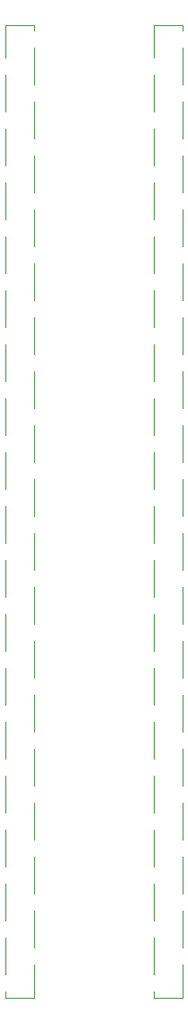
<source format=gbo>
G04 #@! TF.GenerationSoftware,KiCad,Pcbnew,9.0.6*
G04 #@! TF.CreationDate,2025-12-31T13:07:49-06:00*
G04 #@! TF.ProjectId,QFN-68_8x8,51464e2d-3638-45f3-9878-382e6b696361,rev?*
G04 #@! TF.SameCoordinates,Original*
G04 #@! TF.FileFunction,Legend,Bot*
G04 #@! TF.FilePolarity,Positive*
%FSLAX46Y46*%
G04 Gerber Fmt 4.6, Leading zero omitted, Abs format (unit mm)*
G04 Created by KiCad (PCBNEW 9.0.6) date 2025-12-31 13:07:49*
%MOMM*%
%LPD*%
G01*
G04 APERTURE LIST*
%ADD10C,0.120000*%
%ADD11C,1.700000*%
%ADD12R,2.510000X1.000000*%
G04 APERTURE END LIST*
D10*
X130064000Y-74820000D02*
X130064000Y-77930000D01*
X130064000Y-79550000D02*
X130064000Y-83010000D01*
X130064000Y-84630000D02*
X130064000Y-88090000D01*
X130064000Y-89710000D02*
X130064000Y-93170000D01*
X130064000Y-94790000D02*
X130064000Y-98250000D01*
X130064000Y-99870000D02*
X130064000Y-103330000D01*
X130064000Y-104950000D02*
X130064000Y-108410000D01*
X130064000Y-110030000D02*
X130064000Y-113490000D01*
X130064000Y-115110000D02*
X130064000Y-118570000D01*
X130064000Y-120190000D02*
X130064000Y-123650000D01*
X130064000Y-125270000D02*
X130064000Y-128730000D01*
X130064000Y-130350000D02*
X130064000Y-133810000D01*
X130064000Y-135430000D02*
X130064000Y-138890000D01*
X130064000Y-140510000D02*
X130064000Y-143970000D01*
X130064000Y-145590000D02*
X130064000Y-149050000D01*
X130064000Y-150670000D02*
X130064000Y-154130000D01*
X130064000Y-155750000D02*
X130064000Y-159210000D01*
X130064000Y-160830000D02*
X130064000Y-164290000D01*
X130064000Y-165910000D02*
X130064000Y-166480000D01*
X132824000Y-74820000D02*
X130064000Y-74820000D01*
X132824000Y-74820000D02*
X132824000Y-75390000D01*
X132824000Y-77010000D02*
X132824000Y-80470000D01*
X132824000Y-82090000D02*
X132824000Y-85550000D01*
X132824000Y-87170000D02*
X132824000Y-90630000D01*
X132824000Y-92250000D02*
X132824000Y-95710000D01*
X132824000Y-97330000D02*
X132824000Y-100790000D01*
X132824000Y-102410000D02*
X132824000Y-105870000D01*
X132824000Y-107490000D02*
X132824000Y-110950000D01*
X132824000Y-112570000D02*
X132824000Y-116030000D01*
X132824000Y-117650000D02*
X132824000Y-121110000D01*
X132824000Y-122730000D02*
X132824000Y-126190000D01*
X132824000Y-127810000D02*
X132824000Y-131270000D01*
X132824000Y-132890000D02*
X132824000Y-136350000D01*
X132824000Y-137970000D02*
X132824000Y-141430000D01*
X132824000Y-143050000D02*
X132824000Y-146510000D01*
X132824000Y-148130000D02*
X132824000Y-151590000D01*
X132824000Y-153210000D02*
X132824000Y-156670000D01*
X132824000Y-158290000D02*
X132824000Y-161750000D01*
X132824000Y-163370000D02*
X132824000Y-166480000D01*
X132824000Y-166480000D02*
X130064000Y-166480000D01*
X144036000Y-74820000D02*
X144036000Y-77930000D01*
X144036000Y-79550000D02*
X144036000Y-83010000D01*
X144036000Y-84630000D02*
X144036000Y-88090000D01*
X144036000Y-89710000D02*
X144036000Y-93170000D01*
X144036000Y-94790000D02*
X144036000Y-98250000D01*
X144036000Y-99870000D02*
X144036000Y-103330000D01*
X144036000Y-104950000D02*
X144036000Y-108410000D01*
X144036000Y-110030000D02*
X144036000Y-113490000D01*
X144036000Y-115110000D02*
X144036000Y-118570000D01*
X144036000Y-120190000D02*
X144036000Y-123650000D01*
X144036000Y-125270000D02*
X144036000Y-128730000D01*
X144036000Y-130350000D02*
X144036000Y-133810000D01*
X144036000Y-135430000D02*
X144036000Y-138890000D01*
X144036000Y-140510000D02*
X144036000Y-143970000D01*
X144036000Y-145590000D02*
X144036000Y-149050000D01*
X144036000Y-150670000D02*
X144036000Y-154130000D01*
X144036000Y-155750000D02*
X144036000Y-159210000D01*
X144036000Y-160830000D02*
X144036000Y-164290000D01*
X144036000Y-165910000D02*
X144036000Y-166480000D01*
X146796000Y-74820000D02*
X144036000Y-74820000D01*
X146796000Y-74820000D02*
X146796000Y-75390000D01*
X146796000Y-77010000D02*
X146796000Y-80470000D01*
X146796000Y-82090000D02*
X146796000Y-85550000D01*
X146796000Y-87170000D02*
X146796000Y-90630000D01*
X146796000Y-92250000D02*
X146796000Y-95710000D01*
X146796000Y-97330000D02*
X146796000Y-100790000D01*
X146796000Y-102410000D02*
X146796000Y-105870000D01*
X146796000Y-107490000D02*
X146796000Y-110950000D01*
X146796000Y-112570000D02*
X146796000Y-116030000D01*
X146796000Y-117650000D02*
X146796000Y-121110000D01*
X146796000Y-122730000D02*
X146796000Y-126190000D01*
X146796000Y-127810000D02*
X146796000Y-131270000D01*
X146796000Y-132890000D02*
X146796000Y-136350000D01*
X146796000Y-137970000D02*
X146796000Y-141430000D01*
X146796000Y-143050000D02*
X146796000Y-146510000D01*
X146796000Y-148130000D02*
X146796000Y-151590000D01*
X146796000Y-153210000D02*
X146796000Y-156670000D01*
X146796000Y-158290000D02*
X146796000Y-161750000D01*
X146796000Y-163370000D02*
X146796000Y-166480000D01*
X146796000Y-166480000D02*
X144036000Y-166480000D01*
%LPC*%
D11*
X127000000Y-76200000D03*
X127000000Y-78740000D03*
X127000000Y-81280000D03*
X127000000Y-83820000D03*
X127000000Y-86360000D03*
X127000000Y-88900000D03*
X127000000Y-91440000D03*
X127000000Y-93980000D03*
X127000000Y-96520000D03*
X127000000Y-99060000D03*
X127000000Y-101600000D03*
X127000000Y-104140000D03*
X127000000Y-106680000D03*
X127000000Y-109220000D03*
X127000000Y-111760000D03*
X127000000Y-114300000D03*
X127000000Y-116840000D03*
X127000000Y-119380000D03*
X127000000Y-121920000D03*
X127000000Y-124460000D03*
X127000000Y-127000000D03*
X127000000Y-129540000D03*
X127000000Y-132080000D03*
X127000000Y-134620000D03*
X127000000Y-137160000D03*
X127000000Y-139700000D03*
X127000000Y-142240000D03*
X127000000Y-144780000D03*
X127000000Y-147320000D03*
X127000000Y-149860000D03*
X127000000Y-152400000D03*
X127000000Y-154940000D03*
X127000000Y-157480000D03*
X127000000Y-160020000D03*
X127000000Y-162560000D03*
X127000000Y-165100000D03*
X149860000Y-76200000D03*
X149860000Y-78740000D03*
X149860000Y-81280000D03*
X149860000Y-83820000D03*
X149860000Y-86360000D03*
X149860000Y-88900000D03*
X149860000Y-91440000D03*
X149860000Y-93980000D03*
X149860000Y-96520000D03*
X149860000Y-99060000D03*
X149860000Y-101600000D03*
X149860000Y-104140000D03*
X149860000Y-106680000D03*
X149860000Y-109220000D03*
X149860000Y-111760000D03*
X149860000Y-114300000D03*
X149860000Y-116840000D03*
X149860000Y-119380000D03*
X149860000Y-121920000D03*
X149860000Y-124460000D03*
X149860000Y-127000000D03*
X149860000Y-129540000D03*
X149860000Y-132080000D03*
X149860000Y-134620000D03*
X149860000Y-137160000D03*
X149860000Y-139700000D03*
X149860000Y-142240000D03*
X149860000Y-144780000D03*
X149860000Y-147320000D03*
X149860000Y-149860000D03*
X149860000Y-152400000D03*
X149860000Y-154940000D03*
X149860000Y-157480000D03*
X149860000Y-160020000D03*
X149860000Y-162560000D03*
X149860000Y-165100000D03*
D12*
X133099000Y-76200000D03*
X129789000Y-78740000D03*
X133099000Y-81280000D03*
X129789000Y-83820000D03*
X133099000Y-86360000D03*
X129789000Y-88900000D03*
X133099000Y-91440000D03*
X129789000Y-93980000D03*
X133099000Y-96520000D03*
X129789000Y-99060000D03*
X133099000Y-101600000D03*
X129789000Y-104140000D03*
X133099000Y-106680000D03*
X129789000Y-109220000D03*
X133099000Y-111760000D03*
X129789000Y-114300000D03*
X133099000Y-116840000D03*
X129789000Y-119380000D03*
X133099000Y-121920000D03*
X129789000Y-124460000D03*
X133099000Y-127000000D03*
X129789000Y-129540000D03*
X133099000Y-132080000D03*
X129789000Y-134620000D03*
X133099000Y-137160000D03*
X129789000Y-139700000D03*
X133099000Y-142240000D03*
X129789000Y-144780000D03*
X133099000Y-147320000D03*
X129789000Y-149860000D03*
X133099000Y-152400000D03*
X129789000Y-154940000D03*
X133099000Y-157480000D03*
X129789000Y-160020000D03*
X133099000Y-162560000D03*
X129789000Y-165100000D03*
X147071000Y-76200000D03*
X143761000Y-78740000D03*
X147071000Y-81280000D03*
X143761000Y-83820000D03*
X147071000Y-86360000D03*
X143761000Y-88900000D03*
X147071000Y-91440000D03*
X143761000Y-93980000D03*
X147071000Y-96520000D03*
X143761000Y-99060000D03*
X147071000Y-101600000D03*
X143761000Y-104140000D03*
X147071000Y-106680000D03*
X143761000Y-109220000D03*
X147071000Y-111760000D03*
X143761000Y-114300000D03*
X147071000Y-116840000D03*
X143761000Y-119380000D03*
X147071000Y-121920000D03*
X143761000Y-124460000D03*
X147071000Y-127000000D03*
X143761000Y-129540000D03*
X147071000Y-132080000D03*
X143761000Y-134620000D03*
X147071000Y-137160000D03*
X143761000Y-139700000D03*
X147071000Y-142240000D03*
X143761000Y-144780000D03*
X147071000Y-147320000D03*
X143761000Y-149860000D03*
X147071000Y-152400000D03*
X143761000Y-154940000D03*
X147071000Y-157480000D03*
X143761000Y-160020000D03*
X147071000Y-162560000D03*
X143761000Y-165100000D03*
%LPD*%
M02*

</source>
